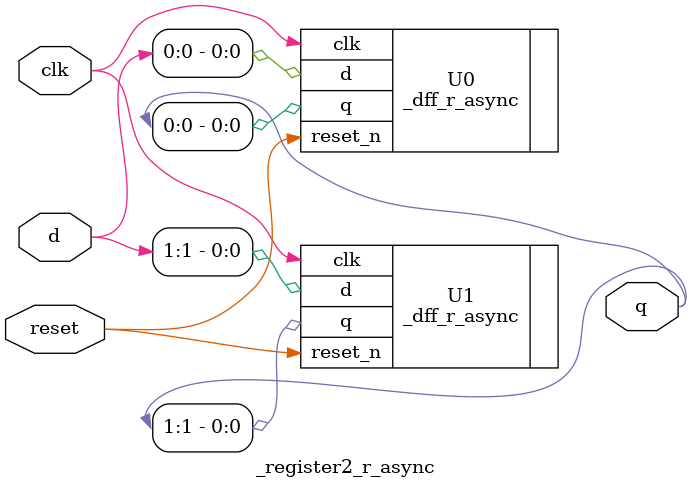
<source format=v>
module _register2_r_async(clk,d,q,reset); // reset 신호를 통해 기억하고 있던 값들을 초기화 할수 있는 register module

   input clk,reset;
   input [1:0] d;
   output [1:0] q;
   
   _dff_r_async   U0(.clk(clk),.reset_n(reset),.d(d[0]),.q(q[0])); // 1번째 비트 기억
   _dff_r_async   U1(.clk(clk),.reset_n(reset),.d(d[1]),.q(q[1])); // 2번째 비트 기억 
   
  endmodule 
</source>
